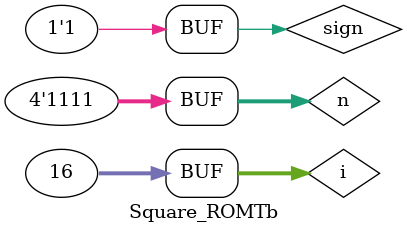
<source format=v>
module Square_ROMTb;
  	reg [3:0] n ;
	reg sign;
	wire [7:0] square ;
	integer i;

	Square_ROM UUT(.n(n), .sign(sign), .square(square));

	initial 
	begin
	#0 sign=0;n=0;
    	   for(i=0; i<16;i=i+1) begin
		#5 n=i;
           end
        
	
	#5 sign=1;
    	   for(i=0; i<16;i=i+1) begin
		#5 n=i;
           end
        end

endmodule


</source>
